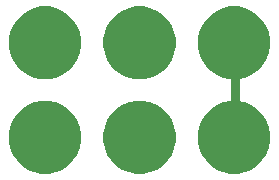
<source format=gbs>
%TF.GenerationSoftware,KiCad,Pcbnew,5.0.2-bee76a0~70~ubuntu16.04.1*%
%TF.CreationDate,2019-01-01T17:35:33-08:00*%
%TF.ProjectId,2x3-LED-RGB-Mini-Neopixel-SMT,3278332d-4c45-4442-9d52-47422d4d696e,1.0*%
%TF.SameCoordinates,Original*%
%TF.FileFunction,Soldermask,Bot*%
%TF.FilePolarity,Negative*%
%FSLAX46Y46*%
G04 Gerber Fmt 4.6, Leading zero omitted, Abs format (unit mm)*
G04 Created by KiCad (PCBNEW 5.0.2-bee76a0~70~ubuntu16.04.1) date Tue Jan  1 17:35:33 2019*
%MOMM*%
%LPD*%
G01*
G04 APERTURE LIST*
%ADD10C,0.800000*%
%ADD11C,0.350000*%
G04 APERTURE END LIST*
D10*
X31700000Y-37900000D02*
X31700000Y-29800000D01*
D11*
G36*
X32497296Y-35042017D02*
X33057125Y-35273906D01*
X33057127Y-35273907D01*
X33560963Y-35610560D01*
X33989439Y-36039036D01*
X34326094Y-36542875D01*
X34557983Y-37102704D01*
X34676200Y-37697021D01*
X34676200Y-38302979D01*
X34557983Y-38897296D01*
X34326094Y-39457125D01*
X34326093Y-39457127D01*
X33989440Y-39960963D01*
X33560963Y-40389440D01*
X33057127Y-40726093D01*
X33057126Y-40726094D01*
X33057125Y-40726094D01*
X32497296Y-40957983D01*
X31902979Y-41076200D01*
X31297021Y-41076200D01*
X30702704Y-40957983D01*
X30142875Y-40726094D01*
X30142874Y-40726094D01*
X30142873Y-40726093D01*
X29639037Y-40389440D01*
X29210560Y-39960963D01*
X28873907Y-39457127D01*
X28873906Y-39457125D01*
X28642017Y-38897296D01*
X28523800Y-38302979D01*
X28523800Y-37697021D01*
X28642017Y-37102704D01*
X28873906Y-36542875D01*
X29210561Y-36039036D01*
X29639037Y-35610560D01*
X30142873Y-35273907D01*
X30142875Y-35273906D01*
X30702704Y-35042017D01*
X31297021Y-34923800D01*
X31902979Y-34923800D01*
X32497296Y-35042017D01*
X32497296Y-35042017D01*
G37*
G36*
X24497296Y-35042017D02*
X25057125Y-35273906D01*
X25057127Y-35273907D01*
X25560963Y-35610560D01*
X25989439Y-36039036D01*
X26326094Y-36542875D01*
X26557983Y-37102704D01*
X26676200Y-37697021D01*
X26676200Y-38302979D01*
X26557983Y-38897296D01*
X26326094Y-39457125D01*
X26326093Y-39457127D01*
X25989440Y-39960963D01*
X25560963Y-40389440D01*
X25057127Y-40726093D01*
X25057126Y-40726094D01*
X25057125Y-40726094D01*
X24497296Y-40957983D01*
X23902979Y-41076200D01*
X23297021Y-41076200D01*
X22702704Y-40957983D01*
X22142875Y-40726094D01*
X22142874Y-40726094D01*
X22142873Y-40726093D01*
X21639037Y-40389440D01*
X21210560Y-39960963D01*
X20873907Y-39457127D01*
X20873906Y-39457125D01*
X20642017Y-38897296D01*
X20523800Y-38302979D01*
X20523800Y-37697021D01*
X20642017Y-37102704D01*
X20873906Y-36542875D01*
X21210561Y-36039036D01*
X21639037Y-35610560D01*
X22142873Y-35273907D01*
X22142875Y-35273906D01*
X22702704Y-35042017D01*
X23297021Y-34923800D01*
X23902979Y-34923800D01*
X24497296Y-35042017D01*
X24497296Y-35042017D01*
G37*
G36*
X16497296Y-35042017D02*
X17057125Y-35273906D01*
X17057127Y-35273907D01*
X17560963Y-35610560D01*
X17989439Y-36039036D01*
X18326094Y-36542875D01*
X18557983Y-37102704D01*
X18676200Y-37697021D01*
X18676200Y-38302979D01*
X18557983Y-38897296D01*
X18326094Y-39457125D01*
X18326093Y-39457127D01*
X17989440Y-39960963D01*
X17560963Y-40389440D01*
X17057127Y-40726093D01*
X17057126Y-40726094D01*
X17057125Y-40726094D01*
X16497296Y-40957983D01*
X15902979Y-41076200D01*
X15297021Y-41076200D01*
X14702704Y-40957983D01*
X14142875Y-40726094D01*
X14142874Y-40726094D01*
X14142873Y-40726093D01*
X13639037Y-40389440D01*
X13210560Y-39960963D01*
X12873907Y-39457127D01*
X12873906Y-39457125D01*
X12642017Y-38897296D01*
X12523800Y-38302979D01*
X12523800Y-37697021D01*
X12642017Y-37102704D01*
X12873906Y-36542875D01*
X13210561Y-36039036D01*
X13639037Y-35610560D01*
X14142873Y-35273907D01*
X14142875Y-35273906D01*
X14702704Y-35042017D01*
X15297021Y-34923800D01*
X15902979Y-34923800D01*
X16497296Y-35042017D01*
X16497296Y-35042017D01*
G37*
G36*
X32497296Y-27042017D02*
X33057125Y-27273906D01*
X33057127Y-27273907D01*
X33560963Y-27610560D01*
X33989439Y-28039036D01*
X34326094Y-28542875D01*
X34557983Y-29102704D01*
X34676200Y-29697021D01*
X34676200Y-30302979D01*
X34557983Y-30897296D01*
X34326094Y-31457125D01*
X34326093Y-31457127D01*
X33989440Y-31960963D01*
X33560963Y-32389440D01*
X33057127Y-32726093D01*
X33057126Y-32726094D01*
X33057125Y-32726094D01*
X32497296Y-32957983D01*
X31902979Y-33076200D01*
X31297021Y-33076200D01*
X30702704Y-32957983D01*
X30142875Y-32726094D01*
X30142874Y-32726094D01*
X30142873Y-32726093D01*
X29639037Y-32389440D01*
X29210560Y-31960963D01*
X28873907Y-31457127D01*
X28873906Y-31457125D01*
X28642017Y-30897296D01*
X28523800Y-30302979D01*
X28523800Y-29697021D01*
X28642017Y-29102704D01*
X28873906Y-28542875D01*
X29210561Y-28039036D01*
X29639037Y-27610560D01*
X30142873Y-27273907D01*
X30142875Y-27273906D01*
X30702704Y-27042017D01*
X31297021Y-26923800D01*
X31902979Y-26923800D01*
X32497296Y-27042017D01*
X32497296Y-27042017D01*
G37*
G36*
X24497296Y-27042017D02*
X25057125Y-27273906D01*
X25057127Y-27273907D01*
X25560963Y-27610560D01*
X25989439Y-28039036D01*
X26326094Y-28542875D01*
X26557983Y-29102704D01*
X26676200Y-29697021D01*
X26676200Y-30302979D01*
X26557983Y-30897296D01*
X26326094Y-31457125D01*
X26326093Y-31457127D01*
X25989440Y-31960963D01*
X25560963Y-32389440D01*
X25057127Y-32726093D01*
X25057126Y-32726094D01*
X25057125Y-32726094D01*
X24497296Y-32957983D01*
X23902979Y-33076200D01*
X23297021Y-33076200D01*
X22702704Y-32957983D01*
X22142875Y-32726094D01*
X22142874Y-32726094D01*
X22142873Y-32726093D01*
X21639037Y-32389440D01*
X21210560Y-31960963D01*
X20873907Y-31457127D01*
X20873906Y-31457125D01*
X20642017Y-30897296D01*
X20523800Y-30302979D01*
X20523800Y-29697021D01*
X20642017Y-29102704D01*
X20873906Y-28542875D01*
X21210561Y-28039036D01*
X21639037Y-27610560D01*
X22142873Y-27273907D01*
X22142875Y-27273906D01*
X22702704Y-27042017D01*
X23297021Y-26923800D01*
X23902979Y-26923800D01*
X24497296Y-27042017D01*
X24497296Y-27042017D01*
G37*
G36*
X16497296Y-27042017D02*
X17057125Y-27273906D01*
X17057127Y-27273907D01*
X17560963Y-27610560D01*
X17989439Y-28039036D01*
X18326094Y-28542875D01*
X18557983Y-29102704D01*
X18676200Y-29697021D01*
X18676200Y-30302979D01*
X18557983Y-30897296D01*
X18326094Y-31457125D01*
X18326093Y-31457127D01*
X17989440Y-31960963D01*
X17560963Y-32389440D01*
X17057127Y-32726093D01*
X17057126Y-32726094D01*
X17057125Y-32726094D01*
X16497296Y-32957983D01*
X15902979Y-33076200D01*
X15297021Y-33076200D01*
X14702704Y-32957983D01*
X14142875Y-32726094D01*
X14142874Y-32726094D01*
X14142873Y-32726093D01*
X13639037Y-32389440D01*
X13210560Y-31960963D01*
X12873907Y-31457127D01*
X12873906Y-31457125D01*
X12642017Y-30897296D01*
X12523800Y-30302979D01*
X12523800Y-29697021D01*
X12642017Y-29102704D01*
X12873906Y-28542875D01*
X13210561Y-28039036D01*
X13639037Y-27610560D01*
X14142873Y-27273907D01*
X14142875Y-27273906D01*
X14702704Y-27042017D01*
X15297021Y-26923800D01*
X15902979Y-26923800D01*
X16497296Y-27042017D01*
X16497296Y-27042017D01*
G37*
M02*

</source>
